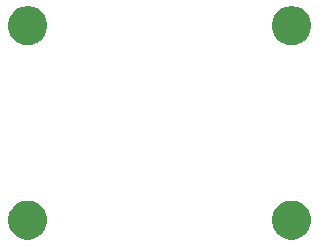
<source format=gbs>
G04 #@! TF.GenerationSoftware,KiCad,Pcbnew,(5.1.0)-1*
G04 #@! TF.CreationDate,2019-08-21T10:43:17-04:00*
G04 #@! TF.ProjectId,Front Plate,46726f6e-7420-4506-9c61-74652e6b6963,rev?*
G04 #@! TF.SameCoordinates,Original*
G04 #@! TF.FileFunction,Soldermask,Bot*
G04 #@! TF.FilePolarity,Negative*
%FSLAX46Y46*%
G04 Gerber Fmt 4.6, Leading zero omitted, Abs format (unit mm)*
G04 Created by KiCad (PCBNEW (5.1.0)-1) date 2019-08-21 10:43:17*
%MOMM*%
%LPD*%
G04 APERTURE LIST*
%ADD10C,0.100000*%
G04 APERTURE END LIST*
D10*
G36*
X166541806Y-69121298D02*
G01*
X166648129Y-69142447D01*
X166948592Y-69266903D01*
X167219001Y-69447585D01*
X167448965Y-69677549D01*
X167629647Y-69947958D01*
X167754103Y-70248421D01*
X167817550Y-70567391D01*
X167817550Y-70892609D01*
X167754103Y-71211579D01*
X167629647Y-71512042D01*
X167448965Y-71782451D01*
X167219001Y-72012415D01*
X166948592Y-72193097D01*
X166648129Y-72317553D01*
X166541806Y-72338702D01*
X166329161Y-72381000D01*
X166003939Y-72381000D01*
X165791294Y-72338702D01*
X165684971Y-72317553D01*
X165384508Y-72193097D01*
X165114099Y-72012415D01*
X164884135Y-71782451D01*
X164703453Y-71512042D01*
X164578997Y-71211579D01*
X164515550Y-70892609D01*
X164515550Y-70567391D01*
X164578997Y-70248421D01*
X164703453Y-69947958D01*
X164884135Y-69677549D01*
X165114099Y-69447585D01*
X165384508Y-69266903D01*
X165684971Y-69142447D01*
X165791294Y-69121298D01*
X166003939Y-69079000D01*
X166329161Y-69079000D01*
X166541806Y-69121298D01*
X166541806Y-69121298D01*
G37*
G36*
X144208706Y-69121298D02*
G01*
X144315029Y-69142447D01*
X144615492Y-69266903D01*
X144885901Y-69447585D01*
X145115865Y-69677549D01*
X145296547Y-69947958D01*
X145421003Y-70248421D01*
X145484450Y-70567391D01*
X145484450Y-70892609D01*
X145421003Y-71211579D01*
X145296547Y-71512042D01*
X145115865Y-71782451D01*
X144885901Y-72012415D01*
X144615492Y-72193097D01*
X144315029Y-72317553D01*
X144208706Y-72338702D01*
X143996061Y-72381000D01*
X143670839Y-72381000D01*
X143458194Y-72338702D01*
X143351871Y-72317553D01*
X143051408Y-72193097D01*
X142780999Y-72012415D01*
X142551035Y-71782451D01*
X142370353Y-71512042D01*
X142245897Y-71211579D01*
X142182450Y-70892609D01*
X142182450Y-70567391D01*
X142245897Y-70248421D01*
X142370353Y-69947958D01*
X142551035Y-69677549D01*
X142780999Y-69447585D01*
X143051408Y-69266903D01*
X143351871Y-69142447D01*
X143458194Y-69121298D01*
X143670839Y-69079000D01*
X143996061Y-69079000D01*
X144208706Y-69121298D01*
X144208706Y-69121298D01*
G37*
G36*
X166541806Y-52661298D02*
G01*
X166648129Y-52682447D01*
X166948592Y-52806903D01*
X167219001Y-52987585D01*
X167448965Y-53217549D01*
X167629647Y-53487958D01*
X167754103Y-53788421D01*
X167817550Y-54107391D01*
X167817550Y-54432609D01*
X167754103Y-54751579D01*
X167629647Y-55052042D01*
X167448965Y-55322451D01*
X167219001Y-55552415D01*
X166948592Y-55733097D01*
X166648129Y-55857553D01*
X166541806Y-55878702D01*
X166329161Y-55921000D01*
X166003939Y-55921000D01*
X165791294Y-55878702D01*
X165684971Y-55857553D01*
X165384508Y-55733097D01*
X165114099Y-55552415D01*
X164884135Y-55322451D01*
X164703453Y-55052042D01*
X164578997Y-54751579D01*
X164515550Y-54432609D01*
X164515550Y-54107391D01*
X164578997Y-53788421D01*
X164703453Y-53487958D01*
X164884135Y-53217549D01*
X165114099Y-52987585D01*
X165384508Y-52806903D01*
X165684971Y-52682447D01*
X165791294Y-52661298D01*
X166003939Y-52619000D01*
X166329161Y-52619000D01*
X166541806Y-52661298D01*
X166541806Y-52661298D01*
G37*
G36*
X144208706Y-52661298D02*
G01*
X144315029Y-52682447D01*
X144615492Y-52806903D01*
X144885901Y-52987585D01*
X145115865Y-53217549D01*
X145296547Y-53487958D01*
X145421003Y-53788421D01*
X145484450Y-54107391D01*
X145484450Y-54432609D01*
X145421003Y-54751579D01*
X145296547Y-55052042D01*
X145115865Y-55322451D01*
X144885901Y-55552415D01*
X144615492Y-55733097D01*
X144315029Y-55857553D01*
X144208706Y-55878702D01*
X143996061Y-55921000D01*
X143670839Y-55921000D01*
X143458194Y-55878702D01*
X143351871Y-55857553D01*
X143051408Y-55733097D01*
X142780999Y-55552415D01*
X142551035Y-55322451D01*
X142370353Y-55052042D01*
X142245897Y-54751579D01*
X142182450Y-54432609D01*
X142182450Y-54107391D01*
X142245897Y-53788421D01*
X142370353Y-53487958D01*
X142551035Y-53217549D01*
X142780999Y-52987585D01*
X143051408Y-52806903D01*
X143351871Y-52682447D01*
X143458194Y-52661298D01*
X143670839Y-52619000D01*
X143996061Y-52619000D01*
X144208706Y-52661298D01*
X144208706Y-52661298D01*
G37*
M02*

</source>
